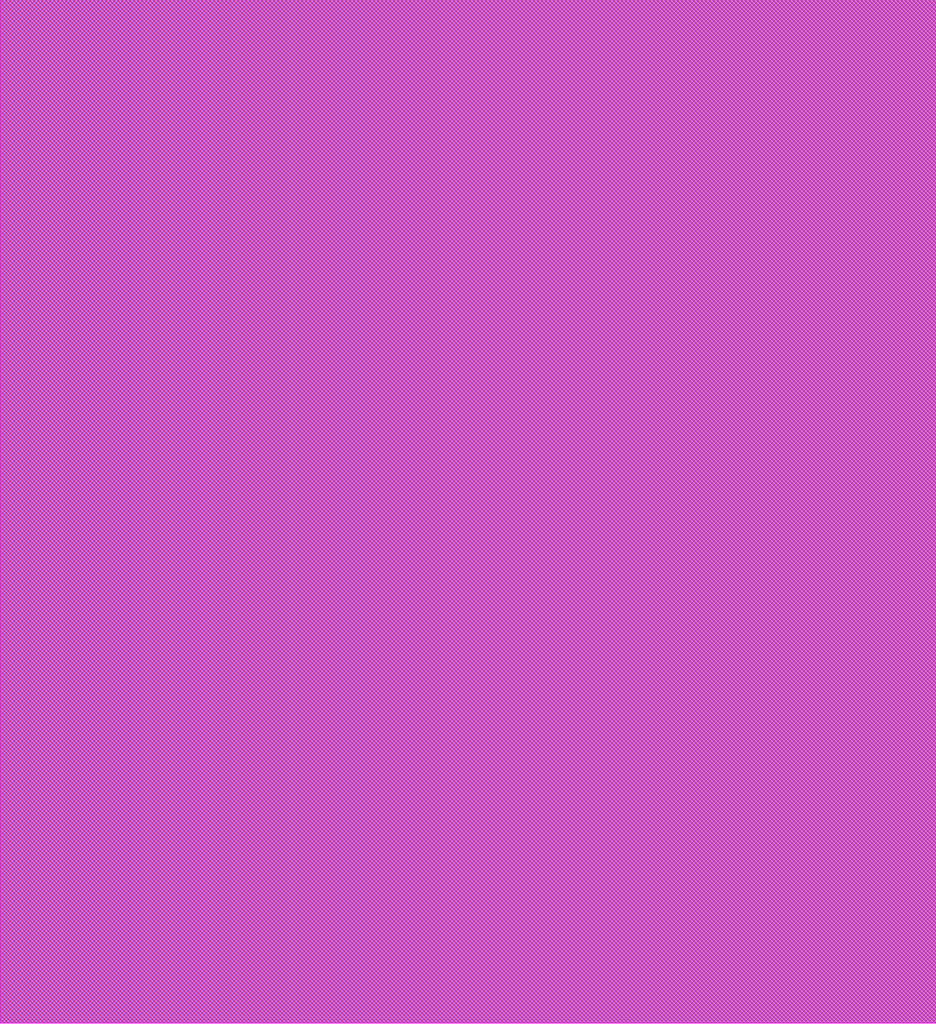
<source format=lef>
###############################################################
#  Generated by:      Cadence Innovus 23.31-s109_1
#  OS:                Linux x86_64(Host ID ei-vm-018.othr.de)
#  Generated on:      Sat Jun 21 02:13:18 2025
#  Design:            fpga_top
#  Command:           savePartition -dir Partitions -def
###############################################################

VERSION 5.8 ;

BUSBITCHARS "[]" ;
DIVIDERCHAR "/" ;

MACRO sb_1__1_
  CLASS BLOCK ;
  FOREIGN sb_1__1_ 0.000000 0.000000 ;
  ORIGIN 0.000000 0.000000 ;
  SIZE 117.600000 BY 128.520000 ;
  SYMMETRY X Y R90 ;
  PIN pReset[0]
    DIRECTION INPUT ;
    USE SIGNAL ;
  END pReset[0]
  PIN prog_clk[0]
    DIRECTION INPUT ;
    USE SIGNAL ;
  END prog_clk[0]
  PIN chany_top_in[0]
    DIRECTION INPUT ;
    USE SIGNAL ;
  END chany_top_in[0]
  PIN chany_top_in[1]
    DIRECTION INPUT ;
    USE SIGNAL ;
  END chany_top_in[1]
  PIN chany_top_in[2]
    DIRECTION INPUT ;
    USE SIGNAL ;
  END chany_top_in[2]
  PIN chany_top_in[3]
    DIRECTION INPUT ;
    USE SIGNAL ;
  END chany_top_in[3]
  PIN chany_top_in[4]
    DIRECTION INPUT ;
    USE SIGNAL ;
  END chany_top_in[4]
  PIN chany_top_in[5]
    DIRECTION INPUT ;
    USE SIGNAL ;
  END chany_top_in[5]
  PIN chany_top_in[6]
    DIRECTION INPUT ;
    USE SIGNAL ;
  END chany_top_in[6]
  PIN chany_top_in[7]
    DIRECTION INPUT ;
    USE SIGNAL ;
  END chany_top_in[7]
  PIN chany_top_in[8]
    DIRECTION INPUT ;
    USE SIGNAL ;
  END chany_top_in[8]
  PIN chany_top_in[9]
    DIRECTION INPUT ;
    USE SIGNAL ;
  END chany_top_in[9]
  PIN top_left_grid_right_width_0_height_0_subtile_0__pin_O_1_[0]
    DIRECTION INPUT ;
    USE SIGNAL ;
  END top_left_grid_right_width_0_height_0_subtile_0__pin_O_1_[0]
  PIN top_left_grid_right_width_0_height_0_subtile_0__pin_O_5_[0]
    DIRECTION INPUT ;
    USE SIGNAL ;
  END top_left_grid_right_width_0_height_0_subtile_0__pin_O_5_[0]
  PIN top_left_grid_right_width_0_height_0_subtile_0__pin_O_9_[0]
    DIRECTION INPUT ;
    USE SIGNAL ;
  END top_left_grid_right_width_0_height_0_subtile_0__pin_O_9_[0]
  PIN top_left_grid_right_width_0_height_0_subtile_0__pin_O_13_[0]
    DIRECTION INPUT ;
    USE SIGNAL ;
  END top_left_grid_right_width_0_height_0_subtile_0__pin_O_13_[0]
  PIN top_left_grid_right_width_0_height_0_subtile_0__pin_O_17_[0]
    DIRECTION INPUT ;
    USE SIGNAL ;
  END top_left_grid_right_width_0_height_0_subtile_0__pin_O_17_[0]
  PIN top_right_grid_left_width_0_height_0_subtile_0__pin_O_3_[0]
    DIRECTION INPUT ;
    USE SIGNAL ;
  END top_right_grid_left_width_0_height_0_subtile_0__pin_O_3_[0]
  PIN top_right_grid_left_width_0_height_0_subtile_0__pin_O_7_[0]
    DIRECTION INPUT ;
    USE SIGNAL ;
  END top_right_grid_left_width_0_height_0_subtile_0__pin_O_7_[0]
  PIN top_right_grid_left_width_0_height_0_subtile_0__pin_O_11_[0]
    DIRECTION INPUT ;
    USE SIGNAL ;
  END top_right_grid_left_width_0_height_0_subtile_0__pin_O_11_[0]
  PIN top_right_grid_left_width_0_height_0_subtile_0__pin_O_15_[0]
    DIRECTION INPUT ;
    USE SIGNAL ;
  END top_right_grid_left_width_0_height_0_subtile_0__pin_O_15_[0]
  PIN top_right_grid_left_width_0_height_0_subtile_0__pin_O_19_[0]
    DIRECTION INPUT ;
    USE SIGNAL ;
  END top_right_grid_left_width_0_height_0_subtile_0__pin_O_19_[0]
  PIN chanx_right_in[0]
    DIRECTION INPUT ;
    USE SIGNAL ;
  END chanx_right_in[0]
  PIN chanx_right_in[1]
    DIRECTION INPUT ;
    USE SIGNAL ;
  END chanx_right_in[1]
  PIN chanx_right_in[2]
    DIRECTION INPUT ;
    USE SIGNAL ;
  END chanx_right_in[2]
  PIN chanx_right_in[3]
    DIRECTION INPUT ;
    USE SIGNAL ;
  END chanx_right_in[3]
  PIN chanx_right_in[4]
    DIRECTION INPUT ;
    USE SIGNAL ;
  END chanx_right_in[4]
  PIN chanx_right_in[5]
    DIRECTION INPUT ;
    USE SIGNAL ;
  END chanx_right_in[5]
  PIN chanx_right_in[6]
    DIRECTION INPUT ;
    USE SIGNAL ;
  END chanx_right_in[6]
  PIN chanx_right_in[7]
    DIRECTION INPUT ;
    USE SIGNAL ;
  END chanx_right_in[7]
  PIN chanx_right_in[8]
    DIRECTION INPUT ;
    USE SIGNAL ;
  END chanx_right_in[8]
  PIN chanx_right_in[9]
    DIRECTION INPUT ;
    USE SIGNAL ;
  END chanx_right_in[9]
  PIN right_top_grid_bottom_width_0_height_0_subtile_0__pin_O_2_[0]
    DIRECTION INPUT ;
    USE SIGNAL ;
  END right_top_grid_bottom_width_0_height_0_subtile_0__pin_O_2_[0]
  PIN right_top_grid_bottom_width_0_height_0_subtile_0__pin_O_6_[0]
    DIRECTION INPUT ;
    USE SIGNAL ;
  END right_top_grid_bottom_width_0_height_0_subtile_0__pin_O_6_[0]
  PIN right_top_grid_bottom_width_0_height_0_subtile_0__pin_O_10_[0]
    DIRECTION INPUT ;
    USE SIGNAL ;
  END right_top_grid_bottom_width_0_height_0_subtile_0__pin_O_10_[0]
  PIN right_top_grid_bottom_width_0_height_0_subtile_0__pin_O_14_[0]
    DIRECTION INPUT ;
    USE SIGNAL ;
  END right_top_grid_bottom_width_0_height_0_subtile_0__pin_O_14_[0]
  PIN right_top_grid_bottom_width_0_height_0_subtile_0__pin_O_18_[0]
    DIRECTION INPUT ;
    USE SIGNAL ;
  END right_top_grid_bottom_width_0_height_0_subtile_0__pin_O_18_[0]
  PIN right_bottom_grid_top_width_0_height_0_subtile_0__pin_O_0_[0]
    DIRECTION INPUT ;
    USE SIGNAL ;
  END right_bottom_grid_top_width_0_height_0_subtile_0__pin_O_0_[0]
  PIN right_bottom_grid_top_width_0_height_0_subtile_0__pin_O_4_[0]
    DIRECTION INPUT ;
    USE SIGNAL ;
  END right_bottom_grid_top_width_0_height_0_subtile_0__pin_O_4_[0]
  PIN right_bottom_grid_top_width_0_height_0_subtile_0__pin_O_8_[0]
    DIRECTION INPUT ;
    USE SIGNAL ;
  END right_bottom_grid_top_width_0_height_0_subtile_0__pin_O_8_[0]
  PIN right_bottom_grid_top_width_0_height_0_subtile_0__pin_O_12_[0]
    DIRECTION INPUT ;
    USE SIGNAL ;
  END right_bottom_grid_top_width_0_height_0_subtile_0__pin_O_12_[0]
  PIN right_bottom_grid_top_width_0_height_0_subtile_0__pin_O_16_[0]
    DIRECTION INPUT ;
    USE SIGNAL ;
  END right_bottom_grid_top_width_0_height_0_subtile_0__pin_O_16_[0]
  PIN chany_bottom_in[0]
    DIRECTION INPUT ;
    USE SIGNAL ;
  END chany_bottom_in[0]
  PIN chany_bottom_in[1]
    DIRECTION INPUT ;
    USE SIGNAL ;
  END chany_bottom_in[1]
  PIN chany_bottom_in[2]
    DIRECTION INPUT ;
    USE SIGNAL ;
  END chany_bottom_in[2]
  PIN chany_bottom_in[3]
    DIRECTION INPUT ;
    USE SIGNAL ;
  END chany_bottom_in[3]
  PIN chany_bottom_in[4]
    DIRECTION INPUT ;
    USE SIGNAL ;
  END chany_bottom_in[4]
  PIN chany_bottom_in[5]
    DIRECTION INPUT ;
    USE SIGNAL ;
  END chany_bottom_in[5]
  PIN chany_bottom_in[6]
    DIRECTION INPUT ;
    USE SIGNAL ;
  END chany_bottom_in[6]
  PIN chany_bottom_in[7]
    DIRECTION INPUT ;
    USE SIGNAL ;
  END chany_bottom_in[7]
  PIN chany_bottom_in[8]
    DIRECTION INPUT ;
    USE SIGNAL ;
  END chany_bottom_in[8]
  PIN chany_bottom_in[9]
    DIRECTION INPUT ;
    USE SIGNAL ;
  END chany_bottom_in[9]
  PIN bottom_right_grid_left_width_0_height_0_subtile_0__pin_O_3_[0]
    DIRECTION INPUT ;
    USE SIGNAL ;
  END bottom_right_grid_left_width_0_height_0_subtile_0__pin_O_3_[0]
  PIN bottom_right_grid_left_width_0_height_0_subtile_0__pin_O_7_[0]
    DIRECTION INPUT ;
    USE SIGNAL ;
  END bottom_right_grid_left_width_0_height_0_subtile_0__pin_O_7_[0]
  PIN bottom_right_grid_left_width_0_height_0_subtile_0__pin_O_11_[0]
    DIRECTION INPUT ;
    USE SIGNAL ;
  END bottom_right_grid_left_width_0_height_0_subtile_0__pin_O_11_[0]
  PIN bottom_right_grid_left_width_0_height_0_subtile_0__pin_O_15_[0]
    DIRECTION INPUT ;
    USE SIGNAL ;
  END bottom_right_grid_left_width_0_height_0_subtile_0__pin_O_15_[0]
  PIN bottom_right_grid_left_width_0_height_0_subtile_0__pin_O_19_[0]
    DIRECTION INPUT ;
    USE SIGNAL ;
  END bottom_right_grid_left_width_0_height_0_subtile_0__pin_O_19_[0]
  PIN bottom_left_grid_right_width_0_height_0_subtile_0__pin_O_1_[0]
    DIRECTION INPUT ;
    USE SIGNAL ;
  END bottom_left_grid_right_width_0_height_0_subtile_0__pin_O_1_[0]
  PIN bottom_left_grid_right_width_0_height_0_subtile_0__pin_O_5_[0]
    DIRECTION INPUT ;
    USE SIGNAL ;
  END bottom_left_grid_right_width_0_height_0_subtile_0__pin_O_5_[0]
  PIN bottom_left_grid_right_width_0_height_0_subtile_0__pin_O_9_[0]
    DIRECTION INPUT ;
    USE SIGNAL ;
  END bottom_left_grid_right_width_0_height_0_subtile_0__pin_O_9_[0]
  PIN bottom_left_grid_right_width_0_height_0_subtile_0__pin_O_13_[0]
    DIRECTION INPUT ;
    USE SIGNAL ;
  END bottom_left_grid_right_width_0_height_0_subtile_0__pin_O_13_[0]
  PIN bottom_left_grid_right_width_0_height_0_subtile_0__pin_O_17_[0]
    DIRECTION INPUT ;
    USE SIGNAL ;
  END bottom_left_grid_right_width_0_height_0_subtile_0__pin_O_17_[0]
  PIN chanx_left_in[0]
    DIRECTION INPUT ;
    USE SIGNAL ;
  END chanx_left_in[0]
  PIN chanx_left_in[1]
    DIRECTION INPUT ;
    USE SIGNAL ;
  END chanx_left_in[1]
  PIN chanx_left_in[2]
    DIRECTION INPUT ;
    USE SIGNAL ;
  END chanx_left_in[2]
  PIN chanx_left_in[3]
    DIRECTION INPUT ;
    USE SIGNAL ;
  END chanx_left_in[3]
  PIN chanx_left_in[4]
    DIRECTION INPUT ;
    USE SIGNAL ;
  END chanx_left_in[4]
  PIN chanx_left_in[5]
    DIRECTION INPUT ;
    USE SIGNAL ;
  END chanx_left_in[5]
  PIN chanx_left_in[6]
    DIRECTION INPUT ;
    USE SIGNAL ;
  END chanx_left_in[6]
  PIN chanx_left_in[7]
    DIRECTION INPUT ;
    USE SIGNAL ;
  END chanx_left_in[7]
  PIN chanx_left_in[8]
    DIRECTION INPUT ;
    USE SIGNAL ;
  END chanx_left_in[8]
  PIN chanx_left_in[9]
    DIRECTION INPUT ;
    USE SIGNAL ;
  END chanx_left_in[9]
  PIN left_top_grid_bottom_width_0_height_0_subtile_0__pin_O_2_[0]
    DIRECTION INPUT ;
    USE SIGNAL ;
  END left_top_grid_bottom_width_0_height_0_subtile_0__pin_O_2_[0]
  PIN left_top_grid_bottom_width_0_height_0_subtile_0__pin_O_6_[0]
    DIRECTION INPUT ;
    USE SIGNAL ;
  END left_top_grid_bottom_width_0_height_0_subtile_0__pin_O_6_[0]
  PIN left_top_grid_bottom_width_0_height_0_subtile_0__pin_O_10_[0]
    DIRECTION INPUT ;
    USE SIGNAL ;
  END left_top_grid_bottom_width_0_height_0_subtile_0__pin_O_10_[0]
  PIN left_top_grid_bottom_width_0_height_0_subtile_0__pin_O_14_[0]
    DIRECTION INPUT ;
    USE SIGNAL ;
  END left_top_grid_bottom_width_0_height_0_subtile_0__pin_O_14_[0]
  PIN left_top_grid_bottom_width_0_height_0_subtile_0__pin_O_18_[0]
    DIRECTION INPUT ;
    USE SIGNAL ;
  END left_top_grid_bottom_width_0_height_0_subtile_0__pin_O_18_[0]
  PIN left_bottom_grid_top_width_0_height_0_subtile_0__pin_O_0_[0]
    DIRECTION INPUT ;
    USE SIGNAL ;
  END left_bottom_grid_top_width_0_height_0_subtile_0__pin_O_0_[0]
  PIN left_bottom_grid_top_width_0_height_0_subtile_0__pin_O_4_[0]
    DIRECTION INPUT ;
    USE SIGNAL ;
  END left_bottom_grid_top_width_0_height_0_subtile_0__pin_O_4_[0]
  PIN left_bottom_grid_top_width_0_height_0_subtile_0__pin_O_8_[0]
    DIRECTION INPUT ;
    USE SIGNAL ;
  END left_bottom_grid_top_width_0_height_0_subtile_0__pin_O_8_[0]
  PIN left_bottom_grid_top_width_0_height_0_subtile_0__pin_O_12_[0]
    DIRECTION INPUT ;
    USE SIGNAL ;
  END left_bottom_grid_top_width_0_height_0_subtile_0__pin_O_12_[0]
  PIN left_bottom_grid_top_width_0_height_0_subtile_0__pin_O_16_[0]
    DIRECTION INPUT ;
    USE SIGNAL ;
  END left_bottom_grid_top_width_0_height_0_subtile_0__pin_O_16_[0]
  PIN ccff_head[0]
    DIRECTION INPUT ;
    USE SIGNAL ;
  END ccff_head[0]
  PIN chany_top_out[0]
    DIRECTION OUTPUT ;
    USE SIGNAL ;
  END chany_top_out[0]
  PIN chany_top_out[1]
    DIRECTION OUTPUT ;
    USE SIGNAL ;
  END chany_top_out[1]
  PIN chany_top_out[2]
    DIRECTION OUTPUT ;
    USE SIGNAL ;
  END chany_top_out[2]
  PIN chany_top_out[3]
    DIRECTION OUTPUT ;
    USE SIGNAL ;
  END chany_top_out[3]
  PIN chany_top_out[4]
    DIRECTION OUTPUT ;
    USE SIGNAL ;
  END chany_top_out[4]
  PIN chany_top_out[5]
    DIRECTION OUTPUT ;
    USE SIGNAL ;
  END chany_top_out[5]
  PIN chany_top_out[6]
    DIRECTION OUTPUT ;
    USE SIGNAL ;
  END chany_top_out[6]
  PIN chany_top_out[7]
    DIRECTION OUTPUT ;
    USE SIGNAL ;
  END chany_top_out[7]
  PIN chany_top_out[8]
    DIRECTION OUTPUT ;
    USE SIGNAL ;
  END chany_top_out[8]
  PIN chany_top_out[9]
    DIRECTION OUTPUT ;
    USE SIGNAL ;
  END chany_top_out[9]
  PIN chanx_right_out[0]
    DIRECTION OUTPUT ;
    USE SIGNAL ;
  END chanx_right_out[0]
  PIN chanx_right_out[1]
    DIRECTION OUTPUT ;
    USE SIGNAL ;
  END chanx_right_out[1]
  PIN chanx_right_out[2]
    DIRECTION OUTPUT ;
    USE SIGNAL ;
  END chanx_right_out[2]
  PIN chanx_right_out[3]
    DIRECTION OUTPUT ;
    USE SIGNAL ;
  END chanx_right_out[3]
  PIN chanx_right_out[4]
    DIRECTION OUTPUT ;
    USE SIGNAL ;
  END chanx_right_out[4]
  PIN chanx_right_out[5]
    DIRECTION OUTPUT ;
    USE SIGNAL ;
  END chanx_right_out[5]
  PIN chanx_right_out[6]
    DIRECTION OUTPUT ;
    USE SIGNAL ;
  END chanx_right_out[6]
  PIN chanx_right_out[7]
    DIRECTION OUTPUT ;
    USE SIGNAL ;
  END chanx_right_out[7]
  PIN chanx_right_out[8]
    DIRECTION OUTPUT ;
    USE SIGNAL ;
  END chanx_right_out[8]
  PIN chanx_right_out[9]
    DIRECTION OUTPUT ;
    USE SIGNAL ;
  END chanx_right_out[9]
  PIN chany_bottom_out[0]
    DIRECTION OUTPUT ;
    USE SIGNAL ;
  END chany_bottom_out[0]
  PIN chany_bottom_out[1]
    DIRECTION OUTPUT ;
    USE SIGNAL ;
  END chany_bottom_out[1]
  PIN chany_bottom_out[2]
    DIRECTION OUTPUT ;
    USE SIGNAL ;
  END chany_bottom_out[2]
  PIN chany_bottom_out[3]
    DIRECTION OUTPUT ;
    USE SIGNAL ;
  END chany_bottom_out[3]
  PIN chany_bottom_out[4]
    DIRECTION OUTPUT ;
    USE SIGNAL ;
  END chany_bottom_out[4]
  PIN chany_bottom_out[5]
    DIRECTION OUTPUT ;
    USE SIGNAL ;
  END chany_bottom_out[5]
  PIN chany_bottom_out[6]
    DIRECTION OUTPUT ;
    USE SIGNAL ;
  END chany_bottom_out[6]
  PIN chany_bottom_out[7]
    DIRECTION OUTPUT ;
    USE SIGNAL ;
  END chany_bottom_out[7]
  PIN chany_bottom_out[8]
    DIRECTION OUTPUT ;
    USE SIGNAL ;
  END chany_bottom_out[8]
  PIN chany_bottom_out[9]
    DIRECTION OUTPUT ;
    USE SIGNAL ;
  END chany_bottom_out[9]
  PIN chanx_left_out[0]
    DIRECTION OUTPUT ;
    USE SIGNAL ;
  END chanx_left_out[0]
  PIN chanx_left_out[1]
    DIRECTION OUTPUT ;
    USE SIGNAL ;
  END chanx_left_out[1]
  PIN chanx_left_out[2]
    DIRECTION OUTPUT ;
    USE SIGNAL ;
  END chanx_left_out[2]
  PIN chanx_left_out[3]
    DIRECTION OUTPUT ;
    USE SIGNAL ;
  END chanx_left_out[3]
  PIN chanx_left_out[4]
    DIRECTION OUTPUT ;
    USE SIGNAL ;
  END chanx_left_out[4]
  PIN chanx_left_out[5]
    DIRECTION OUTPUT ;
    USE SIGNAL ;
  END chanx_left_out[5]
  PIN chanx_left_out[6]
    DIRECTION OUTPUT ;
    USE SIGNAL ;
  END chanx_left_out[6]
  PIN chanx_left_out[7]
    DIRECTION OUTPUT ;
    USE SIGNAL ;
  END chanx_left_out[7]
  PIN chanx_left_out[8]
    DIRECTION OUTPUT ;
    USE SIGNAL ;
  END chanx_left_out[8]
  PIN chanx_left_out[9]
    DIRECTION OUTPUT ;
    USE SIGNAL ;
  END chanx_left_out[9]
  PIN ccff_tail[0]
    DIRECTION OUTPUT ;
    USE SIGNAL ;
  END ccff_tail[0]
  OBS
    LAYER TopMetal2 ;
      RECT 0.000000 0.000000 117.600000 128.520000 ;
    LAYER TopMetal1 ;
      RECT 0.000000 0.000000 117.600000 128.520000 ;
    LAYER Metal5 ;
      RECT 0.000000 0.000000 117.600000 128.520000 ;
    LAYER Metal4 ;
      RECT 0.000000 0.000000 117.600000 128.520000 ;
    LAYER Metal3 ;
      RECT 0.000000 0.000000 117.600000 128.520000 ;
    LAYER Metal2 ;
      RECT 0.000000 0.000000 117.600000 128.520000 ;
    LAYER Metal1 ;
      RECT 0.000000 0.000000 117.600000 128.520000 ;
  END
END sb_1__1_

END LIBRARY

</source>
